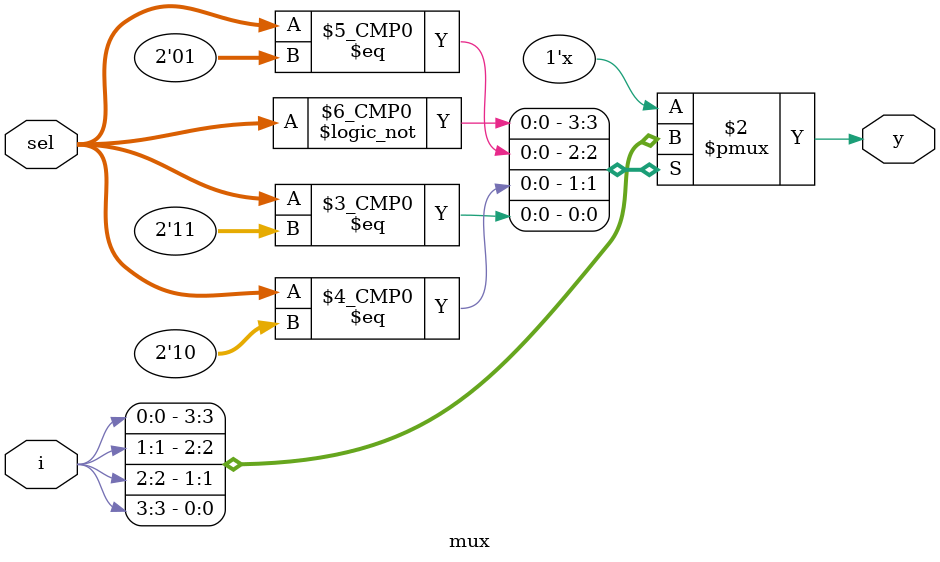
<source format=v>
module mux(
    input [3:0] i,
    input [1:0] sel,
    output reg y
);

always @(*) begin
    case (sel)
    2'b00 : y = i[0];
    2'b01 : y = i[1];
    2'b10 : y = i[2];
    2'b11 : y = i[3];
    default : y = 1'b0; 
    endcase
    
end
    
endmodule 
</source>
